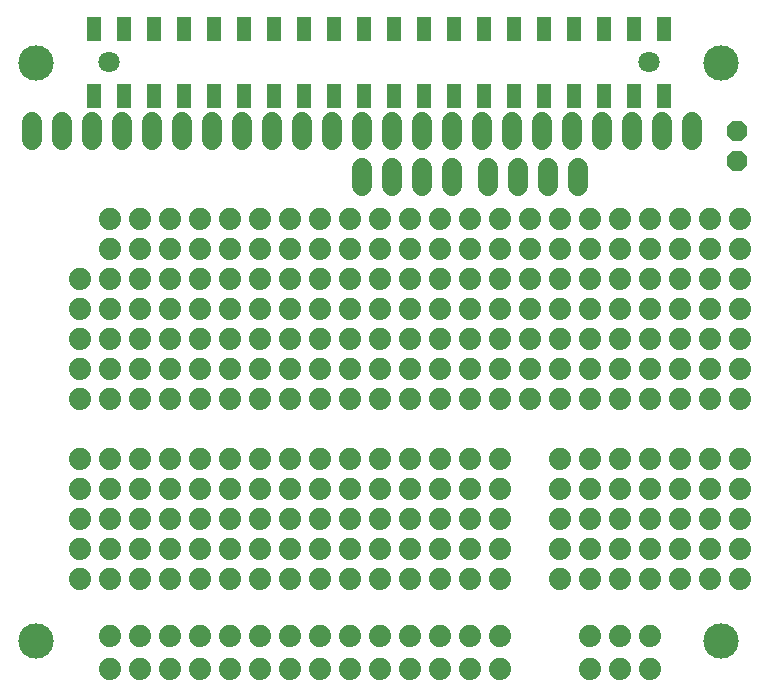
<source format=gbs>
G75*
%MOIN*%
%OFA0B0*%
%FSLAX24Y24*%
%IPPOS*%
%LPD*%
%AMOC8*
5,1,8,0,0,1.08239X$1,22.5*
%
%ADD10OC8,0.0680*%
%ADD11C,0.0680*%
%ADD12R,0.0482X0.0816*%
%ADD13C,0.1182*%
%ADD14C,0.0710*%
%ADD15C,0.0740*%
D10*
X024850Y017650D03*
X024850Y018650D03*
D11*
X023350Y018350D02*
X023350Y018950D01*
X022350Y018950D02*
X022350Y018350D01*
X021350Y018350D02*
X021350Y018950D01*
X020350Y018950D02*
X020350Y018350D01*
X019350Y018350D02*
X019350Y018950D01*
X018350Y018950D02*
X018350Y018350D01*
X018550Y017400D02*
X018550Y016800D01*
X017550Y016800D02*
X017550Y017400D01*
X017350Y018350D02*
X017350Y018950D01*
X016350Y018950D02*
X016350Y018350D01*
X016550Y017400D02*
X016550Y016800D01*
X015350Y016800D02*
X015350Y017400D01*
X015350Y018350D02*
X015350Y018950D01*
X014350Y018950D02*
X014350Y018350D01*
X014350Y017400D02*
X014350Y016800D01*
X013350Y016800D02*
X013350Y017400D01*
X013350Y018350D02*
X013350Y018950D01*
X012350Y018950D02*
X012350Y018350D01*
X011350Y018350D02*
X011350Y018950D01*
X010350Y018950D02*
X010350Y018350D01*
X009350Y018350D02*
X009350Y018950D01*
X008350Y018950D02*
X008350Y018350D01*
X007350Y018350D02*
X007350Y018950D01*
X006350Y018950D02*
X006350Y018350D01*
X005350Y018350D02*
X005350Y018950D01*
X004350Y018950D02*
X004350Y018350D01*
X003350Y018350D02*
X003350Y018950D01*
X002350Y018950D02*
X002350Y018350D01*
X001350Y018350D02*
X001350Y018950D01*
X012350Y017400D02*
X012350Y016800D01*
X019550Y016800D02*
X019550Y017400D01*
D12*
X019400Y019800D03*
X018400Y019800D03*
X017400Y019800D03*
X016400Y019800D03*
X015400Y019800D03*
X014400Y019800D03*
X013400Y019800D03*
X012400Y019800D03*
X011400Y019800D03*
X010400Y019800D03*
X009400Y019800D03*
X008400Y019800D03*
X007400Y019800D03*
X006400Y019800D03*
X005400Y019800D03*
X004400Y019800D03*
X003400Y019800D03*
X003400Y022056D03*
X004400Y022056D03*
X005400Y022056D03*
X006400Y022056D03*
X007400Y022056D03*
X008400Y022056D03*
X009400Y022056D03*
X010400Y022056D03*
X011400Y022056D03*
X012400Y022056D03*
X013400Y022056D03*
X014400Y022056D03*
X015400Y022056D03*
X016400Y022056D03*
X017400Y022056D03*
X018400Y022056D03*
X019400Y022056D03*
X020400Y022056D03*
X021400Y022056D03*
X022400Y022056D03*
X022400Y019800D03*
X021400Y019800D03*
X020400Y019800D03*
D13*
X001478Y001628D03*
X001478Y020919D03*
X024313Y020919D03*
X024313Y001628D03*
D14*
X021900Y020928D03*
X003900Y020928D03*
D15*
X003950Y015700D03*
X003950Y014700D03*
X004950Y014700D03*
X004950Y015700D03*
X005950Y015700D03*
X006950Y015700D03*
X006950Y014700D03*
X005950Y014700D03*
X005950Y013700D03*
X006950Y013700D03*
X006950Y012700D03*
X005950Y012700D03*
X004950Y012700D03*
X004950Y013700D03*
X003950Y013700D03*
X003950Y012700D03*
X002950Y012700D03*
X002950Y013700D03*
X002950Y011700D03*
X002950Y010700D03*
X003950Y010700D03*
X003950Y011700D03*
X004950Y011700D03*
X004950Y010700D03*
X005950Y010700D03*
X006950Y010700D03*
X006950Y011700D03*
X005950Y011700D03*
X007950Y011700D03*
X007950Y010700D03*
X008950Y010700D03*
X008950Y011700D03*
X009950Y011700D03*
X009950Y010700D03*
X010950Y010700D03*
X010950Y011700D03*
X011950Y011700D03*
X011950Y010700D03*
X012950Y010700D03*
X012950Y011700D03*
X013950Y011700D03*
X014950Y011700D03*
X014950Y010700D03*
X014950Y010700D03*
X013950Y010700D03*
X013950Y009700D03*
X014950Y009700D03*
X015950Y009700D03*
X016950Y009700D03*
X017950Y009700D03*
X018950Y009700D03*
X019950Y009700D03*
X020950Y009700D03*
X021950Y009700D03*
X022950Y009700D03*
X023950Y009700D03*
X024950Y009700D03*
X024950Y010700D03*
X024950Y011700D03*
X023950Y011700D03*
X023950Y010700D03*
X022950Y010700D03*
X021950Y010700D03*
X021950Y011700D03*
X022950Y011700D03*
X022950Y012700D03*
X021950Y012700D03*
X021950Y013700D03*
X022950Y013700D03*
X023950Y013700D03*
X023950Y012700D03*
X024950Y012700D03*
X024950Y013700D03*
X024950Y014700D03*
X024950Y015700D03*
X023950Y015700D03*
X023950Y014700D03*
X023950Y014700D03*
X022950Y014700D03*
X021950Y014700D03*
X021950Y015700D03*
X022950Y015700D03*
X020950Y015700D03*
X020950Y014700D03*
X019950Y014700D03*
X019950Y015700D03*
X018950Y015700D03*
X018950Y014700D03*
X017950Y014700D03*
X017950Y015700D03*
X016950Y015700D03*
X016950Y014700D03*
X015950Y014700D03*
X015950Y015700D03*
X014950Y015700D03*
X013950Y015700D03*
X013950Y014700D03*
X014950Y014700D03*
X014950Y013700D03*
X013950Y013700D03*
X013950Y012700D03*
X014950Y012700D03*
X015950Y012700D03*
X015950Y013700D03*
X016950Y013700D03*
X016950Y012700D03*
X017950Y012700D03*
X017950Y013700D03*
X018950Y013700D03*
X018950Y012700D03*
X019950Y012700D03*
X019950Y013700D03*
X020950Y013700D03*
X020950Y012700D03*
X020950Y011700D03*
X020950Y010700D03*
X019950Y010700D03*
X019950Y011700D03*
X018950Y011700D03*
X018950Y010700D03*
X017950Y010700D03*
X017950Y011700D03*
X016950Y011700D03*
X016950Y010700D03*
X015950Y010700D03*
X015950Y011700D03*
X012950Y012700D03*
X012950Y013700D03*
X011950Y013700D03*
X011950Y012700D03*
X010950Y012700D03*
X010950Y013700D03*
X009950Y013700D03*
X009950Y012700D03*
X008950Y012700D03*
X008950Y013700D03*
X007950Y013700D03*
X007950Y012700D03*
X007950Y014700D03*
X007950Y015700D03*
X008950Y015700D03*
X008950Y014700D03*
X009950Y014700D03*
X009950Y015700D03*
X010950Y015700D03*
X010950Y014700D03*
X011950Y014700D03*
X011950Y015700D03*
X012950Y015700D03*
X012950Y014700D03*
X012950Y009700D03*
X011950Y009700D03*
X010950Y009700D03*
X009950Y009700D03*
X008950Y009700D03*
X007950Y009700D03*
X006950Y009700D03*
X005950Y009700D03*
X004950Y009700D03*
X003950Y009700D03*
X002950Y009700D03*
X002950Y007700D03*
X003950Y007700D03*
X004950Y007700D03*
X005950Y007700D03*
X006950Y007700D03*
X007950Y007700D03*
X008950Y007700D03*
X009950Y007700D03*
X010950Y007700D03*
X011950Y007700D03*
X012950Y007700D03*
X013950Y007700D03*
X014950Y007700D03*
X015950Y007700D03*
X016950Y007700D03*
X016950Y006700D03*
X016950Y005700D03*
X015950Y005700D03*
X015950Y006700D03*
X014950Y006700D03*
X013950Y006700D03*
X013950Y005700D03*
X014950Y005700D03*
X014950Y004700D03*
X013950Y004700D03*
X013950Y003700D03*
X014950Y003700D03*
X015950Y003700D03*
X015950Y004700D03*
X016950Y004700D03*
X016950Y003700D03*
X018950Y003700D03*
X018950Y004700D03*
X019950Y004700D03*
X019950Y003700D03*
X020950Y003700D03*
X020950Y004700D03*
X021950Y004700D03*
X022950Y004700D03*
X022950Y003700D03*
X021950Y003700D03*
X023950Y003700D03*
X023950Y004700D03*
X024950Y004700D03*
X024950Y003700D03*
X024950Y005700D03*
X024950Y006700D03*
X023950Y006700D03*
X023950Y005700D03*
X022950Y005700D03*
X021950Y005700D03*
X021950Y006700D03*
X022950Y006700D03*
X022950Y007700D03*
X021950Y007700D03*
X020950Y007700D03*
X019950Y007700D03*
X018950Y007700D03*
X018950Y006700D03*
X018950Y005700D03*
X019950Y005700D03*
X019950Y006700D03*
X020950Y006700D03*
X020950Y005700D03*
X023950Y007700D03*
X024950Y007700D03*
X021950Y001800D03*
X020950Y001800D03*
X019950Y001800D03*
X019950Y000700D03*
X020950Y000700D03*
X021950Y000700D03*
X016950Y000700D03*
X015950Y000700D03*
X014950Y000700D03*
X013950Y000700D03*
X012950Y000700D03*
X011950Y000700D03*
X010950Y000700D03*
X009950Y000700D03*
X008950Y000700D03*
X007950Y000700D03*
X006950Y000700D03*
X005950Y000700D03*
X004950Y000700D03*
X003950Y000700D03*
X003950Y001800D03*
X004950Y001800D03*
X005950Y001800D03*
X006950Y001800D03*
X007950Y001800D03*
X008950Y001800D03*
X009950Y001800D03*
X010950Y001800D03*
X011950Y001800D03*
X012950Y001800D03*
X013950Y001800D03*
X014950Y001800D03*
X015950Y001800D03*
X016950Y001800D03*
X012950Y003700D03*
X012950Y004700D03*
X011950Y004700D03*
X011950Y003700D03*
X010950Y003700D03*
X010950Y004700D03*
X009950Y004700D03*
X009950Y003700D03*
X008950Y003700D03*
X008950Y004700D03*
X007950Y004700D03*
X007950Y003700D03*
X006950Y003700D03*
X005950Y003700D03*
X005950Y004700D03*
X006950Y004700D03*
X006950Y005700D03*
X005950Y005700D03*
X005950Y006700D03*
X006950Y006700D03*
X007950Y006700D03*
X007950Y005700D03*
X008950Y005700D03*
X008950Y006700D03*
X009950Y006700D03*
X009950Y005700D03*
X010950Y005700D03*
X010950Y006700D03*
X011950Y006700D03*
X011950Y005700D03*
X012950Y005700D03*
X012950Y006700D03*
X004950Y006700D03*
X004950Y005700D03*
X003950Y005700D03*
X003950Y006700D03*
X002950Y006700D03*
X002950Y005700D03*
X002950Y004700D03*
X002950Y003700D03*
X003950Y003700D03*
X003950Y004700D03*
X004950Y004700D03*
X004950Y003700D03*
M02*

</source>
